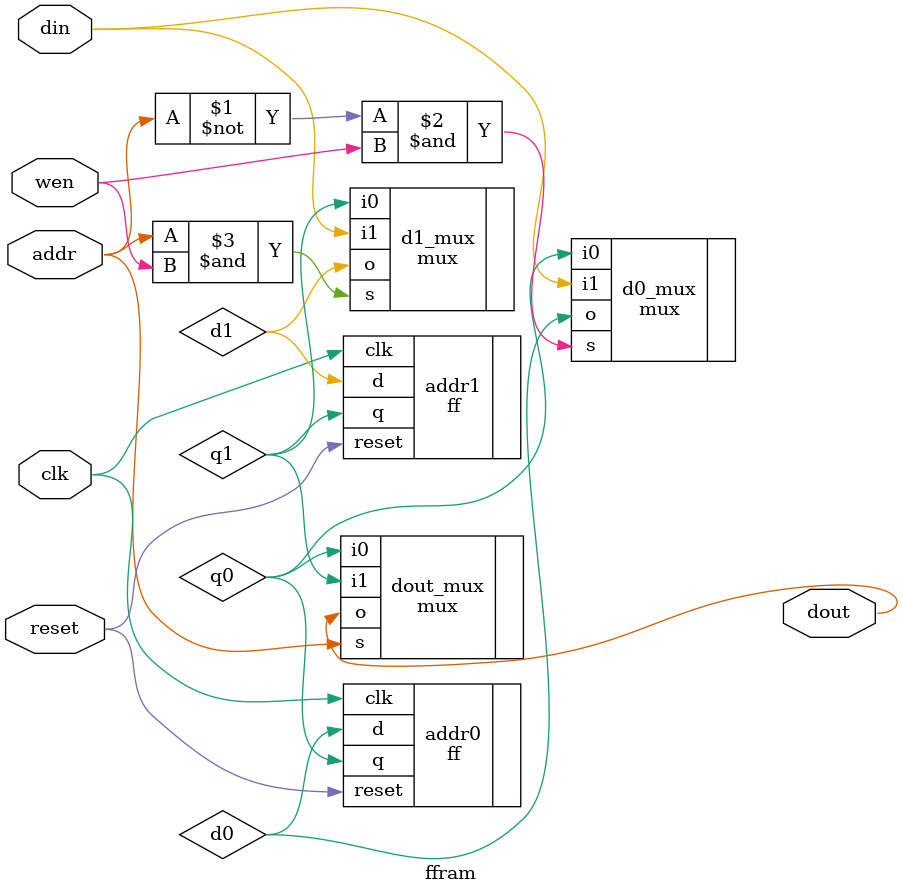
<source format=v>
module ffram(clk, addr, reset, din, wen, dout);

    input clk, addr, din, wen, reset;
    output dout;

    ff addr0 (.clk(clk), .reset(reset), .d(d0), .q(q0));
    ff addr1 (.clk(clk), .reset(reset), .d(d1), .q(q1));

    mux d0_mux (.i0(q0), .i1(din), .s(~addr & wen), .o(d0));
    mux d1_mux (.i0(q1), .i1(din), .s(addr & wen), .o(d1));
    
    mux dout_mux (.i0(q0), .i1(q1), .s(addr), .o(dout));

endmodule

</source>
